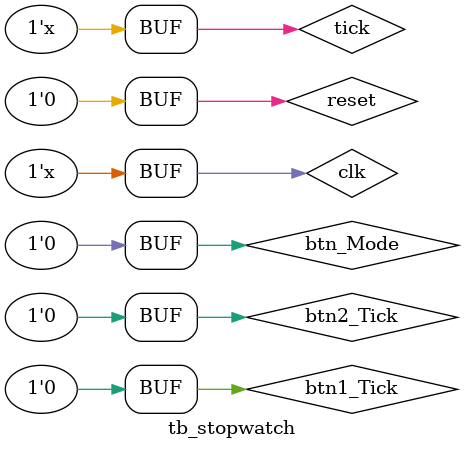
<source format=v>
`timescale 1ns / 1ps


module tb_stopwatch();

    reg clk;
    reg reset;
    reg tick;
    reg btn1_Tick;  // run_stop
    reg btn2_Tick;  // clear
    reg btn_Mode;  //enable
    wire [13:0] count;

prjStopWatch dut(
    .clk(clk),
    .reset(reset),
    .tick(tick),
    .btn1_Tick(btn1_Tick),  // run_stop
    .btn2_Tick(btn2_Tick),  // clear
    .btn_Mode(btn_Mode),  //enable
    .count(count)
);

always #1 clk = ~clk;
always #20 tick = ~tick;


initial begin
    clk = 1'b1;
    reset = 1'b1;
    tick=1'b0;
    btn1_Tick=1'b0;
    btn2_Tick=1'b0;
    btn_Mode=1'b0; 
end

initial begin
    #100 reset = 1'b0;

    #100 btn_Mode = 1'b1;

    #300 btn1_Tick = 1'b1;
    #10 btn1_Tick = 1'b0;
    #300 btn1_Tick = 1'b1;
    #10 btn1_Tick = 1'b0;
    #100 btn1_Tick =1'b1;
    #10 btn1_Tick = 1'b0;
    #1000 btn1_Tick = 1'b1;
    #10 btn1_Tick = 1'b0;
    #100 btn2_Tick =1'b1;
    #10 btn2_Tick = 1'b0;
    #300 btn1_Tick = 1'b1;
    #10 btn1_Tick = 1'b0;
    #1000 btn1_Tick = 1'b1;
    #10 btn1_Tick = 1'b0;

    #100 btn_Mode = 1'b0;

    #300 btn1_Tick = 1'b1;
    #10 btn1_Tick = 1'b0;
    #300 btn1_Tick = 1'b1;
    #10 btn1_Tick = 1'b0;
    #100 btn1_Tick =1'b1;
    #10 btn1_Tick = 1'b0;
    #1000 btn1_Tick = 1'b1;
    #10 btn1_Tick = 1'b0;
    #100 btn2_Tick =1'b1;
    #10 btn2_Tick = 1'b0;
    #300 btn1_Tick = 1'b1;
    #10 btn1_Tick = 1'b0;
    #1000 btn1_Tick = 1'b1;
    #10 btn1_Tick = 1'b0;
end



endmodule

</source>
